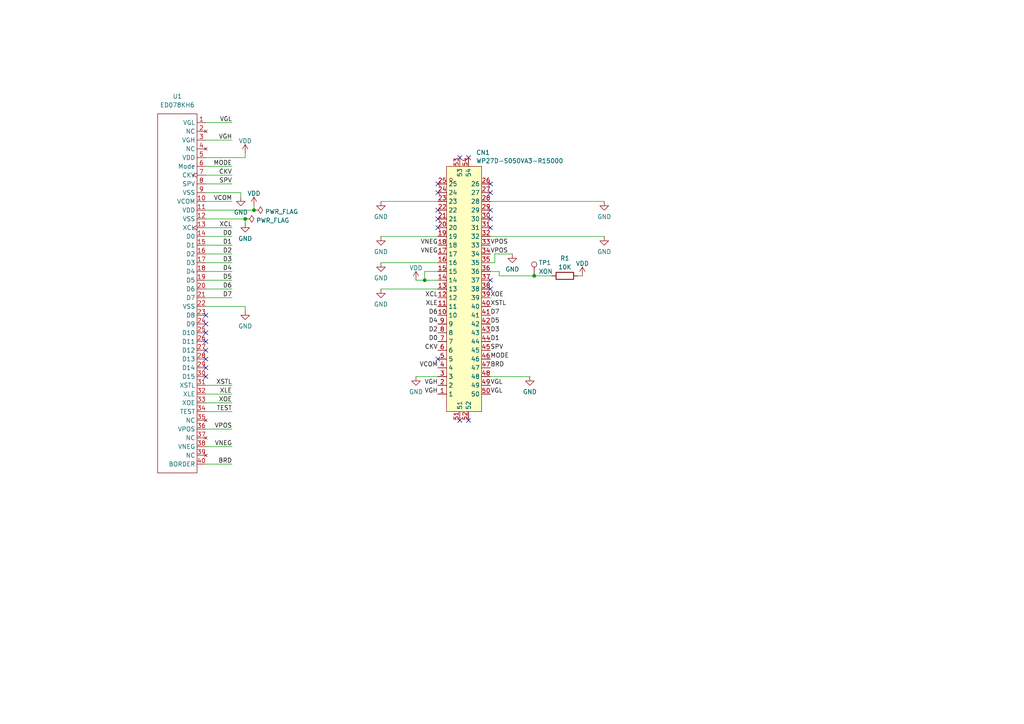
<source format=kicad_sch>
(kicad_sch (version 20230121) (generator eeschema)
  (paper "A4")
  (lib_symbols
    (symbol "Connector:TestPoint" (pin_numbers hide) (pin_names (offset 0.762) hide)
      (property "Reference" "TP" (at 0 6.858 0))
      (property "Value" "TestPoint" (at 0 5.08 0))
      (symbol "TestPoint_0_1"
        (circle (center 0 3.302) (radius 0.762))
      )
      (symbol "TestPoint_1_1"
        (pin passive line (at 0 0 90) (length 2.54) (name "1") (number "1"))
      )
    )
    (symbol "Device:R" (pin_numbers hide) (pin_names (offset 0))
      (property "Reference" "R" (at 2.032 0 90))
      (property "Value" "R" (at 0 0 90))
      (symbol "R_0_1"
        (rectangle (start -1.016 -2.54) (end 1.016 2.54) (stroke (width 0.254)))
      )
      (symbol "R_1_1"
        (pin passive line (at 0 3.81 270) (length 1.27) (name "~") (number "1"))
        (pin passive line (at 0 -3.81 90) (length 1.27) (name "~") (number "2"))
      )
    )
    (symbol "WP_CONN:WP27D-S050VA3-R15000"
      (property "Reference" "CN" (at 0 43.18 0))
      (property "Value" "WP27D-S050VA3-R15000" (at 0 -43.18 0))
      (symbol "WP27D-S050VA3-R15000_0_1"
        (rectangle (start -5.08 35.56) (end 5.08 -35.56) (fill (type background)))
        (circle (center -3.81 31.75) (radius 0.38))
        (pin unspecified line (at 7.62 -30.48 180) (length 2.54) (name "50") (number "50"))
        (pin unspecified line (at -1.27 -38.1 90) (length 2.54) (name "51") (number "51"))
        (pin unspecified line (at 1.27 -38.1 90) (length 2.54) (name "52") (number "52"))
        (pin unspecified line (at -1.27 38.1 270) (length 2.54) (name "53") (number "53"))
        (pin unspecified line (at 1.27 38.1 270) (length 2.54) (name "54") (number "54"))
      )
      (symbol "WP27D-S050VA3-R15000_1_1"
        (pin unspecified line (at -7.62 -30.48 0) (length 2.54) (name "1") (number "1"))
        (pin input line (at -7.62 -7.62 0) (length 2.54) (name "10") (number "10"))
        (pin unspecified line (at -7.62 -5.08 0) (length 2.54) (name "11") (number "11"))
        (pin unspecified line (at -7.62 -2.54 0) (length 2.54) (name "12") (number "12"))
        (pin unspecified line (at -7.62 0 0) (length 2.54) (name "13") (number "13"))
        (pin power_in line (at -7.62 2.54 0) (length 2.54) (name "14") (number "14"))
        (pin power_in line (at -7.62 5.08 0) (length 2.54) (name "15") (number "15"))
        (pin unspecified line (at -7.62 7.62 0) (length 2.54) (name "16") (number "16"))
        (pin unspecified line (at -7.62 10.16 0) (length 2.54) (name "17") (number "17"))
        (pin unspecified line (at -7.62 12.7 0) (length 2.54) (name "18") (number "18"))
        (pin unspecified line (at -7.62 15.24 0) (length 2.54) (name "19") (number "19"))
        (pin unspecified line (at -7.62 -27.94 0) (length 2.54) (name "2") (number "2"))
        (pin unspecified line (at -7.62 17.78 0) (length 2.54) (name "20") (number "20"))
        (pin unspecified line (at -7.62 20.32 0) (length 2.54) (name "21") (number "21"))
        (pin unspecified line (at -7.62 22.86 0) (length 2.54) (name "22") (number "22"))
        (pin unspecified line (at -7.62 25.4 0) (length 2.54) (name "23") (number "23"))
        (pin unspecified line (at -7.62 27.94 0) (length 2.54) (name "24") (number "24"))
        (pin unspecified line (at -7.62 30.48 0) (length 2.54) (name "25") (number "25"))
        (pin unspecified line (at 7.62 30.48 180) (length 2.54) (name "26") (number "26"))
        (pin unspecified line (at 7.62 27.94 180) (length 2.54) (name "27") (number "27"))
        (pin unspecified line (at 7.62 25.4 180) (length 2.54) (name "28") (number "28"))
        (pin unspecified line (at 7.62 22.86 180) (length 2.54) (name "29") (number "29"))
        (pin unspecified line (at -7.62 -25.4 0) (length 2.54) (name "3") (number "3"))
        (pin unspecified line (at 7.62 20.32 180) (length 2.54) (name "30") (number "30"))
        (pin unspecified line (at 7.62 17.78 180) (length 2.54) (name "31") (number "31"))
        (pin unspecified line (at 7.62 15.24 180) (length 2.54) (name "32") (number "32"))
        (pin unspecified line (at 7.62 12.7 180) (length 2.54) (name "33") (number "33"))
        (pin unspecified line (at 7.62 10.16 180) (length 2.54) (name "34") (number "34"))
        (pin unspecified line (at 7.62 7.62 180) (length 2.54) (name "35") (number "35"))
        (pin unspecified line (at 7.62 5.08 180) (length 2.54) (name "36") (number "36"))
        (pin unspecified line (at 7.62 2.54 180) (length 2.54) (name "37") (number "37"))
        (pin unspecified line (at 7.62 0 180) (length 2.54) (name "38") (number "38"))
        (pin unspecified line (at 7.62 -2.54 180) (length 2.54) (name "39") (number "39"))
        (pin unspecified line (at -7.62 -22.86 0) (length 2.54) (name "4") (number "4"))
        (pin unspecified line (at 7.62 -5.08 180) (length 2.54) (name "40") (number "40"))
        (pin input line (at 7.62 -7.62 180) (length 2.54) (name "41") (number "41"))
        (pin input line (at 7.62 -10.16 180) (length 2.54) (name "42") (number "42"))
        (pin input line (at 7.62 -12.7 180) (length 2.54) (name "43") (number "43"))
        (pin input line (at 7.62 -15.24 180) (length 2.54) (name "44") (number "44"))
        (pin unspecified line (at 7.62 -17.78 180) (length 2.54) (name "45") (number "45"))
        (pin unspecified line (at 7.62 -20.32 180) (length 2.54) (name "46") (number "46"))
        (pin unspecified line (at 7.62 -22.86 180) (length 2.54) (name "47") (number "47"))
        (pin unspecified line (at 7.62 -25.4 180) (length 2.54) (name "48") (number "48"))
        (pin unspecified line (at 7.62 -27.94 180) (length 2.54) (name "49") (number "49"))
        (pin unspecified line (at -7.62 -20.32 0) (length 2.54) (name "5") (number "5"))
        (pin unspecified line (at -7.62 -17.78 0) (length 2.54) (name "6") (number "6"))
        (pin input line (at -7.62 -15.24 0) (length 2.54) (name "7") (number "7"))
        (pin input line (at -7.62 -12.7 0) (length 2.54) (name "8") (number "8"))
        (pin input line (at -7.62 -10.16 0) (length 2.54) (name "9") (number "9"))
      )
    )
    (symbol "epdiy:ED078KH6_REV"
      (property "Reference" "U" (at 5.08 -104.14 0))
      (property "Value" "ED078KH6_REV" (at 7.62 3.81 0))
      (symbol "ED078KH6_REV_0_0"
        (pin power_out line (at 0 0 0) (length 2.54) (name "VGL") (number "1"))
        (pin power_out line (at 0 -22.86 0) (length 2.54) (name "VCOM") (number "10"))
        (pin power_in line (at 0 -25.4 0) (length 2.54) (name "VDD") (number "11"))
        (pin power_in line (at 0 -27.94 0) (length 2.54) (name "VSS") (number "12"))
        (pin output clock (at 0 -30.48 0) (length 2.54) (name "XCL") (number "13"))
        (pin output line (at 0 -33.02 0) (length 2.54) (name "D0") (number "14"))
        (pin output line (at 0 -35.56 0) (length 2.54) (name "D1") (number "15"))
        (pin output line (at 0 -38.1 0) (length 2.54) (name "D2") (number "16"))
        (pin output line (at 0 -40.64 0) (length 2.54) (name "D3") (number "17"))
        (pin output line (at 0 -43.18 0) (length 2.54) (name "D4") (number "18"))
        (pin output line (at 0 -45.72 0) (length 2.54) (name "D5") (number "19"))
        (pin no_connect line (at 0 -2.54 0) (length 2.54) (name "NC") (number "2"))
        (pin output line (at 0 -48.26 0) (length 2.54) (name "D6") (number "20"))
        (pin output line (at 0 -50.8 0) (length 2.54) (name "D7") (number "21"))
        (pin power_in line (at 0 -53.34 0) (length 2.54) (name "VSS") (number "22"))
        (pin output line (at 0 -55.88 0) (length 2.54) (name "D8") (number "23"))
        (pin output line (at 0 -58.42 0) (length 2.54) (name "D9") (number "24"))
        (pin output line (at 0 -60.96 0) (length 2.54) (name "D10") (number "25"))
        (pin output line (at 0 -63.5 0) (length 2.54) (name "D11") (number "26"))
        (pin output line (at 0 -66.04 0) (length 2.54) (name "D12") (number "27"))
        (pin output line (at 0 -68.58 0) (length 2.54) (name "D13") (number "28"))
        (pin output line (at 0 -71.12 0) (length 2.54) (name "D14") (number "29"))
        (pin power_out line (at 0 -5.08 0) (length 2.54) (name "VGH") (number "3"))
        (pin output line (at 0 -73.66 0) (length 2.54) (name "D15") (number "30"))
        (pin output line (at 0 -76.2 0) (length 2.54) (name "XSTL") (number "31"))
        (pin output line (at 0 -78.74 0) (length 2.54) (name "XLE") (number "32"))
        (pin output line (at 0 -81.28 0) (length 2.54) (name "XOE") (number "33"))
        (pin output line (at 0 -83.82 0) (length 2.54) (name "TEST") (number "34"))
        (pin no_connect line (at 0 -86.36 0) (length 2.54) (name "NC") (number "35"))
        (pin power_out line (at 0 -88.9 0) (length 2.54) (name "VPOS") (number "36"))
        (pin no_connect line (at 0 -91.44 0) (length 2.54) (name "NC") (number "37"))
        (pin power_out line (at 0 -93.98 0) (length 2.54) (name "VNEG") (number "38"))
        (pin no_connect line (at 0 -96.52 0) (length 2.54) (name "NC") (number "39"))
        (pin no_connect line (at 0 -7.62 0) (length 2.54) (name "NC") (number "4"))
        (pin power_out line (at 0 -99.06 0) (length 2.54) (name "BORDER") (number "40"))
        (pin power_in line (at 0 -10.16 0) (length 2.54) (name "VDD") (number "5"))
        (pin output line (at 0 -12.7 0) (length 2.54) (name "Mode") (number "6"))
        (pin output clock (at 0 -15.24 0) (length 2.54) (name "CKV") (number "7"))
        (pin output line (at 0 -17.78 0) (length 2.54) (name "SPV") (number "8"))
        (pin power_in line (at 0 -20.32 0) (length 2.54) (name "VSS") (number "9"))
      )
      (symbol "ED078KH6_REV_0_1"
        (rectangle (start 2.54 2.54) (end 13.97 -101.6) (stroke (width 0.1524)))
      )
    )
    (symbol "power:GND" (power) (pin_names (offset 0))
      (property "Value" "GND" (at 0 -3.81 0))
      (symbol "GND_0_1"
        (polyline (pts (xy 0 0) (xy 0 -1.27) (xy 1.27 -1.27) (xy 0 -2.54) (xy -1.27 -1.27) (xy 0 -1.27)))
      )
      (symbol "GND_1_1"
        (pin power_in line (at 0 0 270) (length 0) hide (name "GND") (number "1"))
      )
    )
    (symbol "power:PWR_FLAG" (power) (pin_numbers hide) (pin_names (offset 0) hide)
      (property "Value" "PWR_FLAG" (at 0 3.81 0))
      (symbol "PWR_FLAG_0_0"
        (pin power_out line (at 0 0 90) (length 0) (name "pwr") (number "1"))
      )
      (symbol "PWR_FLAG_0_1"
        (polyline (pts (xy 0 0) (xy 0 1.27) (xy -1.016 1.905) (xy 0 2.54) (xy 1.016 1.905) (xy 0 1.27)))
      )
    )
    (symbol "power:VDD" (power) (pin_names (offset 0))
      (property "Value" "VDD" (at 0 3.81 0))
      (symbol "VDD_0_1"
        (polyline (pts (xy -0.762 1.27) (xy 0 2.54)))
        (polyline (pts (xy 0 0) (xy 0 2.54)))
        (polyline (pts (xy 0 2.54) (xy 0.762 1.27)))
      )
      (symbol "VDD_1_1"
        (pin power_in line (at 0 0 90) (length 0) hide (name "VDD") (number "1"))
      )
    )
  )
  (junction (at 73.66 60.96))
  (junction (at 154.94 80.01))
  (junction (at 71.12 63.5))
  (junction (at 123.19 81.28))
  (no_connect (at 135.89 121.92))
  (no_connect (at 142.24 55.88))
  (no_connect (at 127 60.96))
  (no_connect (at 135.89 45.72))
  (no_connect (at 142.24 63.5))
  (no_connect (at 59.69 109.22))
  (no_connect (at 127 104.14))
  (no_connect (at 142.24 66.04))
  (no_connect (at 133.35 121.92))
  (no_connect (at 59.69 93.98))
  (no_connect (at 59.69 104.14))
  (no_connect (at 142.24 83.82))
  (no_connect (at 59.69 101.6))
  (no_connect (at 59.69 91.44))
  (no_connect (at 127 66.04))
  (no_connect (at 142.24 81.28))
  (no_connect (at 127 55.88))
  (no_connect (at 142.24 53.34))
  (no_connect (at 59.69 106.68))
  (no_connect (at 127 63.5))
  (no_connect (at 59.69 99.06))
  (no_connect (at 127 53.34))
  (no_connect (at 59.69 96.52))
  (no_connect (at 142.24 60.96))
  (no_connect (at 133.35 45.72))
  (wire (pts (xy 59.69 40.64) (xy 67.31 40.64)))
  (wire (pts (xy 110.49 58.42) (xy 127 58.42)))
  (wire (pts (xy 59.69 116.84) (xy 67.31 116.84)))
  (wire (pts (xy 59.69 129.54) (xy 67.31 129.54)))
  (wire (pts (xy 175.26 58.42) (xy 142.24 58.42)))
  (wire (pts (xy 110.49 76.2) (xy 127 76.2)))
  (wire (pts (xy 59.69 50.8) (xy 67.31 50.8)))
  (wire (pts (xy 59.69 60.96) (xy 73.66 60.96)))
  (wire (pts (xy 59.69 134.62) (xy 67.31 134.62)))
  (wire (pts (xy 59.69 119.38) (xy 67.31 119.38)))
  (wire (pts (xy 175.26 68.58) (xy 142.24 68.58)))
  (wire (pts (xy 120.65 109.22) (xy 127 109.22)))
  (wire (pts (xy 73.66 60.96) (xy 73.66 59.69)))
  (wire (pts (xy 71.12 88.9) (xy 71.12 90.17)))
  (wire (pts (xy 59.69 86.36) (xy 67.31 86.36)))
  (wire (pts (xy 59.69 55.88) (xy 69.85 55.88)))
  (wire (pts (xy 153.67 109.22) (xy 142.24 109.22)))
  (wire (pts (xy 59.69 78.74) (xy 67.31 78.74)))
  (wire (pts (xy 59.69 83.82) (xy 67.31 83.82)))
  (wire (pts (xy 148.59 73.66) (xy 143.51 73.66)))
  (wire (pts (xy 59.69 66.04) (xy 67.31 66.04)))
  (wire (pts (xy 69.85 55.88) (xy 69.85 57.15)))
  (wire (pts (xy 59.69 111.76) (xy 67.31 111.76)))
  (wire (pts (xy 59.69 71.12) (xy 67.31 71.12)))
  (wire (pts (xy 59.69 76.2) (xy 67.31 76.2)))
  (wire (pts (xy 144.78 80.01) (xy 154.94 80.01)))
  (wire (pts (xy 123.19 81.28) (xy 127 81.28)))
  (wire (pts (xy 59.69 48.26) (xy 67.31 48.26)))
  (wire (pts (xy 71.12 63.5) (xy 71.12 64.77)))
  (wire (pts (xy 144.78 78.74) (xy 142.24 78.74)))
  (wire (pts (xy 123.19 81.28) (xy 123.19 78.74)))
  (wire (pts (xy 110.49 68.58) (xy 127 68.58)))
  (wire (pts (xy 59.69 58.42) (xy 67.31 58.42)))
  (wire (pts (xy 143.51 76.2) (xy 142.24 76.2)))
  (wire (pts (xy 59.69 45.72) (xy 71.12 45.72)))
  (wire (pts (xy 168.91 80.01) (xy 167.64 80.01)))
  (wire (pts (xy 123.19 78.74) (xy 127 78.74)))
  (wire (pts (xy 59.69 124.46) (xy 67.31 124.46)))
  (wire (pts (xy 59.69 114.3) (xy 67.31 114.3)))
  (wire (pts (xy 59.69 88.9) (xy 71.12 88.9)))
  (wire (pts (xy 59.69 81.28) (xy 67.31 81.28)))
  (wire (pts (xy 143.51 73.66) (xy 143.51 76.2)))
  (wire (pts (xy 59.69 73.66) (xy 67.31 73.66)))
  (wire (pts (xy 110.49 83.82) (xy 127 83.82)))
  (wire (pts (xy 59.69 68.58) (xy 67.31 68.58)))
  (wire (pts (xy 59.69 53.34) (xy 67.31 53.34)))
  (wire (pts (xy 59.69 63.5) (xy 71.12 63.5)))
  (wire (pts (xy 71.12 45.72) (xy 71.12 44.45)))
  (wire (pts (xy 59.69 35.56) (xy 67.31 35.56)))
  (wire (pts (xy 120.65 81.28) (xy 123.19 81.28)))
  (wire (pts (xy 154.94 80.01) (xy 160.02 80.01)))
  (wire (pts (xy 144.78 80.01) (xy 144.78 78.74)))
  (label "VGH" (at 127 114.3 180))
  (label "SPV" (at 142.24 101.6 0))
  (label "D7" (at 142.24 91.44 0))
  (label "VGL" (at 67.31 35.56 180))
  (label "D3" (at 142.24 96.52 0))
  (label "VNEG" (at 127 73.66 180))
  (label "VPOS" (at 67.31 124.46 180))
  (label "MODE" (at 67.31 48.26 180))
  (label "D6" (at 67.31 83.82 180))
  (label "SPV" (at 67.31 53.34 180))
  (label "XLE" (at 67.31 114.3 180))
  (label "BRD" (at 142.24 106.68 0))
  (label "VCOM" (at 67.31 58.42 180))
  (label "CKV" (at 127 101.6 180))
  (label "VGL" (at 142.24 111.76 0))
  (label "D6" (at 127 91.44 180))
  (label "XLE" (at 127 88.9 180))
  (label "VGL" (at 142.24 114.3 0))
  (label "XOE" (at 142.24 86.36 0))
  (label "XCL" (at 67.31 66.04 180))
  (label "CKV" (at 67.31 50.8 180))
  (label "D1" (at 67.31 71.12 180))
  (label "XSTL" (at 142.24 88.9 0))
  (label "D5" (at 142.24 93.98 0))
  (label "D2" (at 67.31 73.66 180))
  (label "D2" (at 127 96.52 180))
  (label "VGH" (at 67.31 40.64 180))
  (label "D3" (at 67.31 76.2 180))
  (label "BRD" (at 67.31 134.62 180))
  (label "VPOS" (at 142.24 73.66 0))
  (label "TEST" (at 67.31 119.38 180))
  (label "XOE" (at 67.31 116.84 180))
  (label "VGH" (at 127 111.76 180))
  (label "XSTL" (at 67.31 111.76 180))
  (label "D4" (at 127 93.98 180))
  (label "D0" (at 67.31 68.58 180))
  (label "VCOM" (at 127 106.68 180))
  (label "MODE" (at 142.24 104.14 0))
  (label "D5" (at 67.31 81.28 180))
  (label "XCL" (at 127 86.36 180))
  (label "VNEG" (at 67.31 129.54 180))
  (label "D7" (at 67.31 86.36 180))
  (label "VPOS" (at 142.24 71.12 0))
  (label "D1" (at 142.24 99.06 0))
  (label "VNEG" (at 127 71.12 180))
  (label "D0" (at 127 99.06 180))
  (label "D4" (at 67.31 78.74 180))
  (symbol (lib_id "power:VDD") (at 168.91 80.01 0) (unit 1)
    (property "Reference" "#PWR011" (effects hide))
    (property "Value" "VDD" (at 168.91 76.4342 0))
  )
  (symbol (lib_id "power:GND") (at 110.49 58.42 0) (unit 1)
    (property "Reference" "#PWR04" (effects hide))
    (property "Value" "GND" (at 110.49 62.8634 0))
  )
  (symbol (lib_id "power:GND") (at 71.12 90.17 0) (unit 1)
    (property "Reference" "#PWR0105" (effects hide))
    (property "Value" "GND" (at 71.12 94.6134 0))
  )
  (symbol (lib_id "power:GND") (at 153.67 109.22 0) (unit 1)
    (property "Reference" "#PWR010" (effects hide))
    (property "Value" "GND" (at 153.67 113.6634 0))
  )
  (symbol (lib_id "power:GND") (at 71.12 64.77 0) (unit 1)
    (property "Reference" "#PWR0106" (effects hide))
    (property "Value" "GND" (at 71.12 69.2134 0))
  )
  (symbol (lib_id "power:GND") (at 110.49 83.82 0) (unit 1)
    (property "Reference" "#PWR08" (effects hide))
    (property "Value" "GND" (at 110.49 88.2634 0))
  )
  (symbol (lib_id "power:GND") (at 110.49 76.2 0) (unit 1)
    (property "Reference" "#PWR02" (effects hide))
    (property "Value" "GND" (at 110.49 80.6434 0))
  )
  (symbol (lib_id "power:GND") (at 175.26 68.58 0) (unit 1)
    (property "Reference" "#PWR06" (effects hide))
    (property "Value" "GND" (at 175.26 73.0234 0))
  )
  (symbol (lib_id "power:VDD") (at 71.12 44.45 0) (unit 1)
    (property "Reference" "#PWR0104" (effects hide))
    (property "Value" "VDD" (at 71.12 40.8742 0))
  )
  (symbol (lib_id "Connector:TestPoint") (at 154.94 80.01 0) (unit 1)
    (property "Reference" "TP1" (at 156.21 76.2 0) (effects (justify left)))
    (property "Value" "XON" (at 156.21 78.74 0) (effects (justify left)))
    (property "Footprint" "TestPoint:TestPoint_Pad_1.0x1.0mm" (effects hide))
  )
  (symbol (lib_id "power:GND") (at 175.26 58.42 0) (unit 1)
    (property "Reference" "#PWR05" (effects hide))
    (property "Value" "GND" (at 175.26 62.8634 0))
  )
  (symbol (lib_id "power:GND") (at 69.85 57.15 0) (unit 1)
    (property "Reference" "#PWR0107" (effects hide))
    (property "Value" "GND" (at 69.85 61.5934 0))
  )
  (symbol (lib_id "epdiy:ED078KH6_REV") (at 59.69 35.56 0) (mirror y) (unit 1)
    (property "Reference" "U1" (at 51.435 27.94 0))
    (property "Value" "ED078KH6" (at 51.435 30.48 0))
    (property "Footprint" "epaper-breakout:Hirose_FH12-40S-0.5SH_mirrored" (effects hide))
    (property "LCSC" "C202114" (effects hide))
  )
  (symbol (lib_id "power:VDD") (at 73.66 59.69 0) (unit 1)
    (property "Reference" "#PWR0103" (effects hide))
    (property "Value" "VDD" (at 73.66 56.1142 0))
  )
  (symbol (lib_id "power:PWR_FLAG") (at 73.66 60.96 270) (unit 1)
    (property "Reference" "#FLG0101" (effects hide))
    (property "Value" "PWR_FLAG" (at 76.835 61.3938 90) (effects (justify left)))
  )
  (symbol (lib_id "power:PWR_FLAG") (at 71.12 63.5 270) (unit 1)
    (property "Reference" "#FLG0102" (effects hide))
    (property "Value" "PWR_FLAG" (at 74.295 63.9338 90) (effects (justify left)))
  )
  (symbol (lib_id "power:GND") (at 110.49 68.58 0) (unit 1)
    (property "Reference" "#PWR03" (effects hide))
    (property "Value" "GND" (at 110.49 73.0234 0))
  )
  (symbol (lib_id "Device:R") (at 163.83 80.01 90) (unit 1)
    (property "Reference" "R1" (at 163.83 74.93 90))
    (property "Value" "10K" (at 163.83 77.47 90))
    (property "Footprint" "Resistor_SMD:R_0603_1608Metric" (effects hide))
    (property "Datasheet" "https://jlcpcb.com/partdetail/26547-0603WAF1002T5E/C25804" (effects hide))
    (property "LCSC" "C25804" (effects hide))
  )
  (symbol (lib_id "power:GND") (at 148.59 73.66 0) (unit 1)
    (property "Reference" "#PWR07" (effects hide))
    (property "Value" "GND" (at 148.59 78.1034 0))
  )
  (symbol (lib_id "power:VDD") (at 120.65 81.28 0) (unit 1)
    (property "Reference" "#PWR09" (effects hide))
    (property "Value" "VDD" (at 120.65 77.7042 0))
  )
  (symbol (lib_id "power:GND") (at 120.65 109.22 0) (unit 1)
    (property "Reference" "#PWR01" (effects hide))
    (property "Value" "GND" (at 120.65 113.6634 0))
  )
  (symbol (lib_id "WP_CONN:WP27D-S050VA3-R15000") (at 134.62 83.82 0) (unit 1)
    (property "Reference" "CN1" (at 138.0841 44.2427 0) (effects (justify left)))
    (property "Value" "WP27D-S050VA3-R15000" (at 138.0841 46.6669 0) (effects (justify left)))
    (property "Footprint" "footprints:CONN-SMD_50P-P0.35_WP27D-S050VA3" (effects hide))
    (property "LCSC Part" "C3640690" (effects hide))
  )
)
</source>
